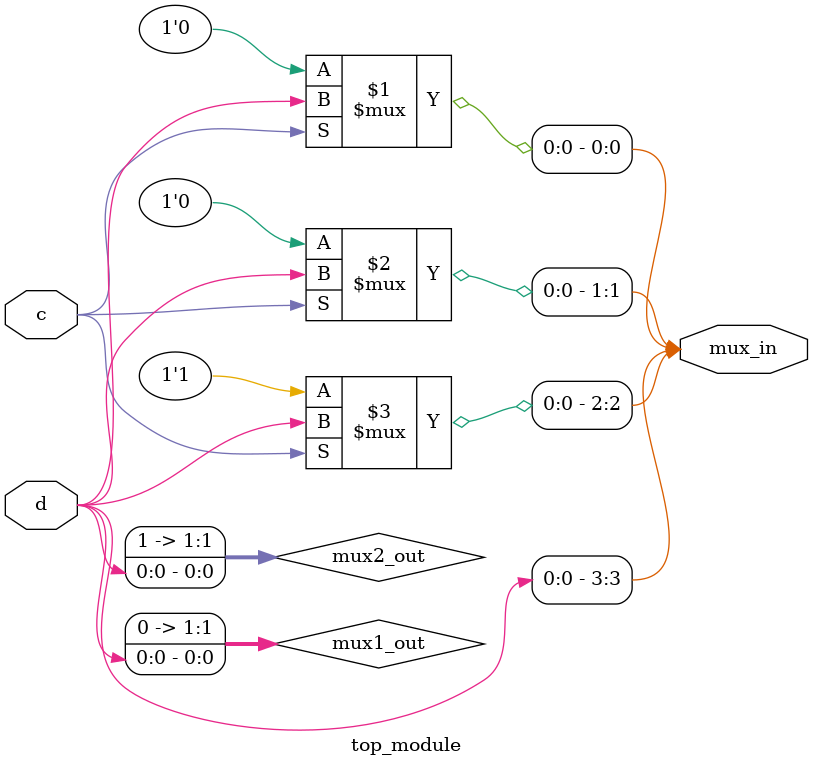
<source format=sv>
module top_module (
    input c,
    input d,
    output [3:0] mux_in
);

// Implement the Karnaugh map using 2-to-1 multiplexers

wire [1:0] mux1_out;
wire [1:0] mux2_out;

// First level of multiplexers
assign mux1_out[0] = d;
assign mux1_out[1] = 1'b0;

assign mux2_out[0] = d;
assign mux2_out[1] = 1'b1;

// Second level of multiplexer
assign mux_in[0] = c ? mux1_out[0] : mux1_out[1];
assign mux_in[1] = c ? mux1_out[0] : 1'b0;
assign mux_in[2] = c ? mux2_out[0] : mux2_out[1];
assign mux_in[3] = c ? mux2_out[0] : d;

endmodule

</source>
